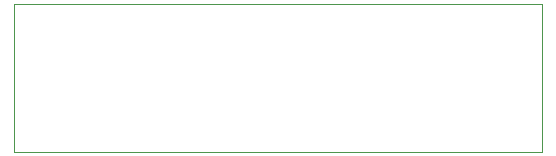
<source format=gm1>
G04 #@! TF.GenerationSoftware,KiCad,Pcbnew,7.0.9*
G04 #@! TF.CreationDate,2024-03-27T02:29:44+03:00*
G04 #@! TF.ProjectId,hellen1-mcz33810,68656c6c-656e-4312-9d6d-637a33333831,rev?*
G04 #@! TF.SameCoordinates,PX507b070PY4a65690*
G04 #@! TF.FileFunction,Profile,NP*
%FSLAX46Y46*%
G04 Gerber Fmt 4.6, Leading zero omitted, Abs format (unit mm)*
G04 Created by KiCad (PCBNEW 7.0.9) date 2024-03-27 02:29:44*
%MOMM*%
%LPD*%
G01*
G04 APERTURE LIST*
G04 #@! TA.AperFunction,Profile*
%ADD10C,0.050000*%
G04 #@! TD*
G04 APERTURE END LIST*
D10*
X0Y12520000D02*
X44770000Y12520000D01*
X44770000Y0D01*
X0Y0D01*
X0Y12520000D01*
M02*

</source>
